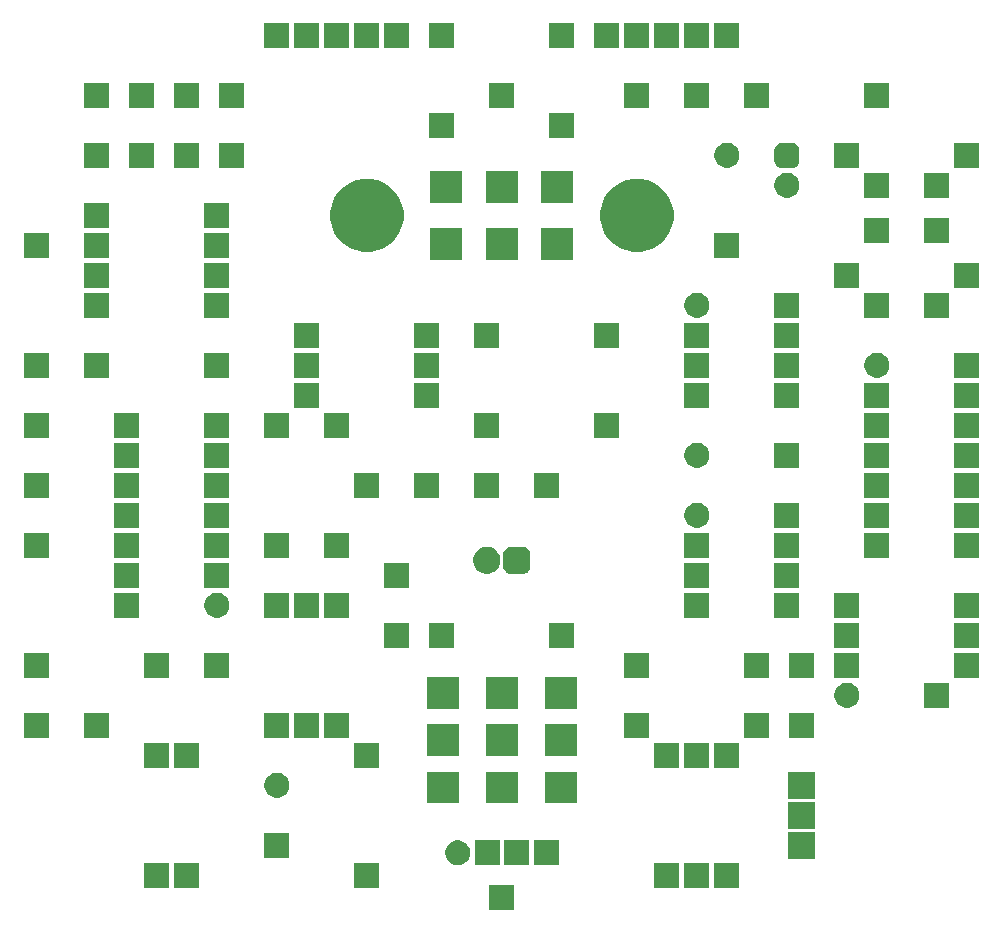
<source format=gbr>
G04 #@! TF.GenerationSoftware,KiCad,Pcbnew,5.1.6-c6e7f7d~87~ubuntu19.10.1*
G04 #@! TF.CreationDate,2022-07-30T16:29:43+06:00*
G04 #@! TF.ProjectId,crumbwave_multiplexer_r1a,6372756d-6277-4617-9665-5f6d756c7469,1A*
G04 #@! TF.SameCoordinates,Original*
G04 #@! TF.FileFunction,Soldermask,Bot*
G04 #@! TF.FilePolarity,Negative*
%FSLAX46Y46*%
G04 Gerber Fmt 4.6, Leading zero omitted, Abs format (unit mm)*
G04 Created by KiCad (PCBNEW 5.1.6-c6e7f7d~87~ubuntu19.10.1) date 2022-07-30 16:29:43*
%MOMM*%
%LPD*%
G01*
G04 APERTURE LIST*
%ADD10C,0.100000*%
G04 APERTURE END LIST*
D10*
G36*
X106460000Y-203615000D02*
G01*
X104360000Y-203615000D01*
X104360000Y-201515000D01*
X106460000Y-201515000D01*
X106460000Y-203615000D01*
G37*
G36*
X125510000Y-201710000D02*
G01*
X123410000Y-201710000D01*
X123410000Y-199610000D01*
X125510000Y-199610000D01*
X125510000Y-201710000D01*
G37*
G36*
X77250000Y-201710000D02*
G01*
X75150000Y-201710000D01*
X75150000Y-199610000D01*
X77250000Y-199610000D01*
X77250000Y-201710000D01*
G37*
G36*
X79790000Y-201710000D02*
G01*
X77690000Y-201710000D01*
X77690000Y-199610000D01*
X79790000Y-199610000D01*
X79790000Y-201710000D01*
G37*
G36*
X95030000Y-201710000D02*
G01*
X92930000Y-201710000D01*
X92930000Y-199610000D01*
X95030000Y-199610000D01*
X95030000Y-201710000D01*
G37*
G36*
X122970000Y-201710000D02*
G01*
X120870000Y-201710000D01*
X120870000Y-199610000D01*
X122970000Y-199610000D01*
X122970000Y-201710000D01*
G37*
G36*
X120430000Y-201710000D02*
G01*
X118330000Y-201710000D01*
X118330000Y-199610000D01*
X120430000Y-199610000D01*
X120430000Y-201710000D01*
G37*
G36*
X105210000Y-199805000D02*
G01*
X103110000Y-199805000D01*
X103110000Y-197705000D01*
X105210000Y-197705000D01*
X105210000Y-199805000D01*
G37*
G36*
X101966274Y-197745350D02*
G01*
X102157362Y-197824502D01*
X102329336Y-197939411D01*
X102475589Y-198085664D01*
X102590498Y-198257638D01*
X102669650Y-198448726D01*
X102710000Y-198651584D01*
X102710000Y-198858416D01*
X102669650Y-199061274D01*
X102590498Y-199252362D01*
X102475589Y-199424336D01*
X102329336Y-199570589D01*
X102157362Y-199685498D01*
X101966274Y-199764650D01*
X101763416Y-199805000D01*
X101556584Y-199805000D01*
X101353726Y-199764650D01*
X101162638Y-199685498D01*
X100990664Y-199570589D01*
X100844411Y-199424336D01*
X100729502Y-199252362D01*
X100650350Y-199061274D01*
X100610000Y-198858416D01*
X100610000Y-198651584D01*
X100650350Y-198448726D01*
X100729502Y-198257638D01*
X100844411Y-198085664D01*
X100990664Y-197939411D01*
X101162638Y-197824502D01*
X101353726Y-197745350D01*
X101556584Y-197705000D01*
X101763416Y-197705000D01*
X101966274Y-197745350D01*
G37*
G36*
X107710000Y-199805000D02*
G01*
X105610000Y-199805000D01*
X105610000Y-197705000D01*
X107710000Y-197705000D01*
X107710000Y-199805000D01*
G37*
G36*
X110210000Y-199805000D02*
G01*
X108110000Y-199805000D01*
X108110000Y-197705000D01*
X110210000Y-197705000D01*
X110210000Y-199805000D01*
G37*
G36*
X131960000Y-199270000D02*
G01*
X129660000Y-199270000D01*
X129660000Y-196970000D01*
X131960000Y-196970000D01*
X131960000Y-199270000D01*
G37*
G36*
X87410000Y-199170000D02*
G01*
X85310000Y-199170000D01*
X85310000Y-197070000D01*
X87410000Y-197070000D01*
X87410000Y-199170000D01*
G37*
G36*
X131960000Y-196730000D02*
G01*
X129660000Y-196730000D01*
X129660000Y-194430000D01*
X131960000Y-194430000D01*
X131960000Y-196730000D01*
G37*
G36*
X101760000Y-194580000D02*
G01*
X99060000Y-194580000D01*
X99060000Y-191880000D01*
X101760000Y-191880000D01*
X101760000Y-194580000D01*
G37*
G36*
X111760000Y-194580000D02*
G01*
X109060000Y-194580000D01*
X109060000Y-191880000D01*
X111760000Y-191880000D01*
X111760000Y-194580000D01*
G37*
G36*
X106760000Y-194580000D02*
G01*
X104060000Y-194580000D01*
X104060000Y-191880000D01*
X106760000Y-191880000D01*
X106760000Y-194580000D01*
G37*
G36*
X131960000Y-194190000D02*
G01*
X129660000Y-194190000D01*
X129660000Y-191890000D01*
X131960000Y-191890000D01*
X131960000Y-194190000D01*
G37*
G36*
X86666274Y-192030350D02*
G01*
X86857362Y-192109502D01*
X87029336Y-192224411D01*
X87175589Y-192370664D01*
X87290498Y-192542638D01*
X87369650Y-192733726D01*
X87410000Y-192936584D01*
X87410000Y-193143416D01*
X87369650Y-193346274D01*
X87290498Y-193537362D01*
X87175589Y-193709336D01*
X87029336Y-193855589D01*
X86857362Y-193970498D01*
X86666274Y-194049650D01*
X86463416Y-194090000D01*
X86256584Y-194090000D01*
X86053726Y-194049650D01*
X85862638Y-193970498D01*
X85690664Y-193855589D01*
X85544411Y-193709336D01*
X85429502Y-193537362D01*
X85350350Y-193346274D01*
X85310000Y-193143416D01*
X85310000Y-192936584D01*
X85350350Y-192733726D01*
X85429502Y-192542638D01*
X85544411Y-192370664D01*
X85690664Y-192224411D01*
X85862638Y-192109502D01*
X86053726Y-192030350D01*
X86256584Y-191990000D01*
X86463416Y-191990000D01*
X86666274Y-192030350D01*
G37*
G36*
X122970000Y-191550000D02*
G01*
X120870000Y-191550000D01*
X120870000Y-189450000D01*
X122970000Y-189450000D01*
X122970000Y-191550000D01*
G37*
G36*
X120430000Y-191550000D02*
G01*
X118330000Y-191550000D01*
X118330000Y-189450000D01*
X120430000Y-189450000D01*
X120430000Y-191550000D01*
G37*
G36*
X95030000Y-191550000D02*
G01*
X92930000Y-191550000D01*
X92930000Y-189450000D01*
X95030000Y-189450000D01*
X95030000Y-191550000D01*
G37*
G36*
X77250000Y-191550000D02*
G01*
X75150000Y-191550000D01*
X75150000Y-189450000D01*
X77250000Y-189450000D01*
X77250000Y-191550000D01*
G37*
G36*
X79790000Y-191550000D02*
G01*
X77690000Y-191550000D01*
X77690000Y-189450000D01*
X79790000Y-189450000D01*
X79790000Y-191550000D01*
G37*
G36*
X125510000Y-191550000D02*
G01*
X123410000Y-191550000D01*
X123410000Y-189450000D01*
X125510000Y-189450000D01*
X125510000Y-191550000D01*
G37*
G36*
X111760000Y-190580000D02*
G01*
X109060000Y-190580000D01*
X109060000Y-187880000D01*
X111760000Y-187880000D01*
X111760000Y-190580000D01*
G37*
G36*
X106760000Y-190580000D02*
G01*
X104060000Y-190580000D01*
X104060000Y-187880000D01*
X106760000Y-187880000D01*
X106760000Y-190580000D01*
G37*
G36*
X101760000Y-190580000D02*
G01*
X99060000Y-190580000D01*
X99060000Y-187880000D01*
X101760000Y-187880000D01*
X101760000Y-190580000D01*
G37*
G36*
X92490000Y-189010000D02*
G01*
X90390000Y-189010000D01*
X90390000Y-186910000D01*
X92490000Y-186910000D01*
X92490000Y-189010000D01*
G37*
G36*
X87410000Y-189010000D02*
G01*
X85310000Y-189010000D01*
X85310000Y-186910000D01*
X87410000Y-186910000D01*
X87410000Y-189010000D01*
G37*
G36*
X89950000Y-189010000D02*
G01*
X87850000Y-189010000D01*
X87850000Y-186910000D01*
X89950000Y-186910000D01*
X89950000Y-189010000D01*
G37*
G36*
X117890000Y-189010000D02*
G01*
X115790000Y-189010000D01*
X115790000Y-186910000D01*
X117890000Y-186910000D01*
X117890000Y-189010000D01*
G37*
G36*
X131860000Y-189010000D02*
G01*
X129760000Y-189010000D01*
X129760000Y-186910000D01*
X131860000Y-186910000D01*
X131860000Y-189010000D01*
G37*
G36*
X128050000Y-189010000D02*
G01*
X125950000Y-189010000D01*
X125950000Y-186910000D01*
X128050000Y-186910000D01*
X128050000Y-189010000D01*
G37*
G36*
X72170000Y-189010000D02*
G01*
X70070000Y-189010000D01*
X70070000Y-186910000D01*
X72170000Y-186910000D01*
X72170000Y-189010000D01*
G37*
G36*
X67090000Y-189010000D02*
G01*
X64990000Y-189010000D01*
X64990000Y-186910000D01*
X67090000Y-186910000D01*
X67090000Y-189010000D01*
G37*
G36*
X111760000Y-186580000D02*
G01*
X109060000Y-186580000D01*
X109060000Y-183880000D01*
X111760000Y-183880000D01*
X111760000Y-186580000D01*
G37*
G36*
X106760000Y-186580000D02*
G01*
X104060000Y-186580000D01*
X104060000Y-183880000D01*
X106760000Y-183880000D01*
X106760000Y-186580000D01*
G37*
G36*
X101760000Y-186580000D02*
G01*
X99060000Y-186580000D01*
X99060000Y-183880000D01*
X101760000Y-183880000D01*
X101760000Y-186580000D01*
G37*
G36*
X143290000Y-186470000D02*
G01*
X141190000Y-186470000D01*
X141190000Y-184370000D01*
X143290000Y-184370000D01*
X143290000Y-186470000D01*
G37*
G36*
X134926274Y-184410350D02*
G01*
X135117362Y-184489502D01*
X135289336Y-184604411D01*
X135435589Y-184750664D01*
X135550498Y-184922638D01*
X135629650Y-185113726D01*
X135670000Y-185316584D01*
X135670000Y-185523416D01*
X135629650Y-185726274D01*
X135550498Y-185917362D01*
X135435589Y-186089336D01*
X135289336Y-186235589D01*
X135117362Y-186350498D01*
X134926274Y-186429650D01*
X134723416Y-186470000D01*
X134516584Y-186470000D01*
X134313726Y-186429650D01*
X134122638Y-186350498D01*
X133950664Y-186235589D01*
X133804411Y-186089336D01*
X133689502Y-185917362D01*
X133610350Y-185726274D01*
X133570000Y-185523416D01*
X133570000Y-185316584D01*
X133610350Y-185113726D01*
X133689502Y-184922638D01*
X133804411Y-184750664D01*
X133950664Y-184604411D01*
X134122638Y-184489502D01*
X134313726Y-184410350D01*
X134516584Y-184370000D01*
X134723416Y-184370000D01*
X134926274Y-184410350D01*
G37*
G36*
X117890000Y-183930000D02*
G01*
X115790000Y-183930000D01*
X115790000Y-181830000D01*
X117890000Y-181830000D01*
X117890000Y-183930000D01*
G37*
G36*
X128050000Y-183930000D02*
G01*
X125950000Y-183930000D01*
X125950000Y-181830000D01*
X128050000Y-181830000D01*
X128050000Y-183930000D01*
G37*
G36*
X67090000Y-183930000D02*
G01*
X64990000Y-183930000D01*
X64990000Y-181830000D01*
X67090000Y-181830000D01*
X67090000Y-183930000D01*
G37*
G36*
X77250000Y-183930000D02*
G01*
X75150000Y-183930000D01*
X75150000Y-181830000D01*
X77250000Y-181830000D01*
X77250000Y-183930000D01*
G37*
G36*
X145830000Y-183930000D02*
G01*
X143730000Y-183930000D01*
X143730000Y-181830000D01*
X145830000Y-181830000D01*
X145830000Y-183930000D01*
G37*
G36*
X135670000Y-183930000D02*
G01*
X133570000Y-183930000D01*
X133570000Y-181830000D01*
X135670000Y-181830000D01*
X135670000Y-183930000D01*
G37*
G36*
X131860000Y-183930000D02*
G01*
X129760000Y-183930000D01*
X129760000Y-181830000D01*
X131860000Y-181830000D01*
X131860000Y-183930000D01*
G37*
G36*
X82330000Y-183930000D02*
G01*
X80230000Y-183930000D01*
X80230000Y-181830000D01*
X82330000Y-181830000D01*
X82330000Y-183930000D01*
G37*
G36*
X135670000Y-181390000D02*
G01*
X133570000Y-181390000D01*
X133570000Y-179290000D01*
X135670000Y-179290000D01*
X135670000Y-181390000D01*
G37*
G36*
X97570000Y-181390000D02*
G01*
X95470000Y-181390000D01*
X95470000Y-179290000D01*
X97570000Y-179290000D01*
X97570000Y-181390000D01*
G37*
G36*
X101380000Y-181390000D02*
G01*
X99280000Y-181390000D01*
X99280000Y-179290000D01*
X101380000Y-179290000D01*
X101380000Y-181390000D01*
G37*
G36*
X111540000Y-181390000D02*
G01*
X109440000Y-181390000D01*
X109440000Y-179290000D01*
X111540000Y-179290000D01*
X111540000Y-181390000D01*
G37*
G36*
X145830000Y-181390000D02*
G01*
X143730000Y-181390000D01*
X143730000Y-179290000D01*
X145830000Y-179290000D01*
X145830000Y-181390000D01*
G37*
G36*
X81586274Y-176790350D02*
G01*
X81777362Y-176869502D01*
X81949336Y-176984411D01*
X82095589Y-177130664D01*
X82210498Y-177302638D01*
X82289650Y-177493726D01*
X82330000Y-177696584D01*
X82330000Y-177903416D01*
X82289650Y-178106274D01*
X82210498Y-178297362D01*
X82095589Y-178469336D01*
X81949336Y-178615589D01*
X81777362Y-178730498D01*
X81586274Y-178809650D01*
X81383416Y-178850000D01*
X81176584Y-178850000D01*
X80973726Y-178809650D01*
X80782638Y-178730498D01*
X80610664Y-178615589D01*
X80464411Y-178469336D01*
X80349502Y-178297362D01*
X80270350Y-178106274D01*
X80230000Y-177903416D01*
X80230000Y-177696584D01*
X80270350Y-177493726D01*
X80349502Y-177302638D01*
X80464411Y-177130664D01*
X80610664Y-176984411D01*
X80782638Y-176869502D01*
X80973726Y-176790350D01*
X81176584Y-176750000D01*
X81383416Y-176750000D01*
X81586274Y-176790350D01*
G37*
G36*
X87410000Y-178850000D02*
G01*
X85310000Y-178850000D01*
X85310000Y-176750000D01*
X87410000Y-176750000D01*
X87410000Y-178850000D01*
G37*
G36*
X135670000Y-178850000D02*
G01*
X133570000Y-178850000D01*
X133570000Y-176750000D01*
X135670000Y-176750000D01*
X135670000Y-178850000D01*
G37*
G36*
X145830000Y-178850000D02*
G01*
X143730000Y-178850000D01*
X143730000Y-176750000D01*
X145830000Y-176750000D01*
X145830000Y-178850000D01*
G37*
G36*
X89950000Y-178850000D02*
G01*
X87850000Y-178850000D01*
X87850000Y-176750000D01*
X89950000Y-176750000D01*
X89950000Y-178850000D01*
G37*
G36*
X92490000Y-178850000D02*
G01*
X90390000Y-178850000D01*
X90390000Y-176750000D01*
X92490000Y-176750000D01*
X92490000Y-178850000D01*
G37*
G36*
X122970000Y-178850000D02*
G01*
X120870000Y-178850000D01*
X120870000Y-176750000D01*
X122970000Y-176750000D01*
X122970000Y-178850000D01*
G37*
G36*
X130590000Y-178850000D02*
G01*
X128490000Y-178850000D01*
X128490000Y-176750000D01*
X130590000Y-176750000D01*
X130590000Y-178850000D01*
G37*
G36*
X74710000Y-178850000D02*
G01*
X72610000Y-178850000D01*
X72610000Y-176750000D01*
X74710000Y-176750000D01*
X74710000Y-178850000D01*
G37*
G36*
X82330000Y-176310000D02*
G01*
X80230000Y-176310000D01*
X80230000Y-174210000D01*
X82330000Y-174210000D01*
X82330000Y-176310000D01*
G37*
G36*
X97570000Y-176310000D02*
G01*
X95470000Y-176310000D01*
X95470000Y-174210000D01*
X97570000Y-174210000D01*
X97570000Y-176310000D01*
G37*
G36*
X74710000Y-176310000D02*
G01*
X72610000Y-176310000D01*
X72610000Y-174210000D01*
X74710000Y-174210000D01*
X74710000Y-176310000D01*
G37*
G36*
X130590000Y-176310000D02*
G01*
X128490000Y-176310000D01*
X128490000Y-174210000D01*
X130590000Y-174210000D01*
X130590000Y-176310000D01*
G37*
G36*
X122970000Y-176310000D02*
G01*
X120870000Y-176310000D01*
X120870000Y-174210000D01*
X122970000Y-174210000D01*
X122970000Y-176310000D01*
G37*
G36*
X107306713Y-172852964D02*
G01*
X107428557Y-172889924D01*
X107540852Y-172949948D01*
X107639277Y-173030723D01*
X107720052Y-173129148D01*
X107780076Y-173241443D01*
X107817036Y-173363287D01*
X107830000Y-173494908D01*
X107830000Y-174485092D01*
X107817036Y-174616713D01*
X107780076Y-174738557D01*
X107720052Y-174850852D01*
X107639277Y-174949277D01*
X107540852Y-175030052D01*
X107428557Y-175090076D01*
X107306713Y-175127036D01*
X107175092Y-175140000D01*
X106184908Y-175140000D01*
X106053287Y-175127036D01*
X105931443Y-175090076D01*
X105819148Y-175030052D01*
X105720723Y-174949277D01*
X105639948Y-174850852D01*
X105579924Y-174738557D01*
X105542964Y-174616713D01*
X105530000Y-174485092D01*
X105530000Y-173494908D01*
X105542964Y-173363287D01*
X105579924Y-173241443D01*
X105639948Y-173129148D01*
X105720723Y-173030723D01*
X105819148Y-172949948D01*
X105931443Y-172889924D01*
X106053287Y-172852964D01*
X106184908Y-172840000D01*
X107175092Y-172840000D01*
X107306713Y-172852964D01*
G37*
G36*
X104475443Y-172884194D02*
G01*
X104475446Y-172884195D01*
X104475445Y-172884195D01*
X104684728Y-172970883D01*
X104684729Y-172970884D01*
X104873082Y-173096737D01*
X105033263Y-173256918D01*
X105159117Y-173445272D01*
X105226167Y-173607145D01*
X105245806Y-173654557D01*
X105290000Y-173876735D01*
X105290000Y-174103265D01*
X105245806Y-174325443D01*
X105245805Y-174325445D01*
X105159117Y-174534728D01*
X105104336Y-174616713D01*
X105039297Y-174714052D01*
X105033262Y-174723083D01*
X104873083Y-174883262D01*
X104684728Y-175009117D01*
X104522855Y-175076167D01*
X104475443Y-175095806D01*
X104253265Y-175140000D01*
X104026735Y-175140000D01*
X103804557Y-175095806D01*
X103757145Y-175076167D01*
X103595272Y-175009117D01*
X103406917Y-174883262D01*
X103246738Y-174723083D01*
X103240704Y-174714052D01*
X103175664Y-174616713D01*
X103120883Y-174534728D01*
X103034195Y-174325445D01*
X103034194Y-174325443D01*
X102990000Y-174103265D01*
X102990000Y-173876735D01*
X103034194Y-173654557D01*
X103053833Y-173607145D01*
X103120883Y-173445272D01*
X103246737Y-173256918D01*
X103406918Y-173096737D01*
X103595271Y-172970884D01*
X103595272Y-172970883D01*
X103804555Y-172884195D01*
X103804554Y-172884195D01*
X103804557Y-172884194D01*
X104026735Y-172840000D01*
X104253265Y-172840000D01*
X104475443Y-172884194D01*
G37*
G36*
X138210000Y-173770000D02*
G01*
X136110000Y-173770000D01*
X136110000Y-171670000D01*
X138210000Y-171670000D01*
X138210000Y-173770000D01*
G37*
G36*
X87410000Y-173770000D02*
G01*
X85310000Y-173770000D01*
X85310000Y-171670000D01*
X87410000Y-171670000D01*
X87410000Y-173770000D01*
G37*
G36*
X145830000Y-173770000D02*
G01*
X143730000Y-173770000D01*
X143730000Y-171670000D01*
X145830000Y-171670000D01*
X145830000Y-173770000D01*
G37*
G36*
X122970000Y-173770000D02*
G01*
X120870000Y-173770000D01*
X120870000Y-171670000D01*
X122970000Y-171670000D01*
X122970000Y-173770000D01*
G37*
G36*
X130590000Y-173770000D02*
G01*
X128490000Y-173770000D01*
X128490000Y-171670000D01*
X130590000Y-171670000D01*
X130590000Y-173770000D01*
G37*
G36*
X74710000Y-173770000D02*
G01*
X72610000Y-173770000D01*
X72610000Y-171670000D01*
X74710000Y-171670000D01*
X74710000Y-173770000D01*
G37*
G36*
X82330000Y-173770000D02*
G01*
X80230000Y-173770000D01*
X80230000Y-171670000D01*
X82330000Y-171670000D01*
X82330000Y-173770000D01*
G37*
G36*
X92490000Y-173770000D02*
G01*
X90390000Y-173770000D01*
X90390000Y-171670000D01*
X92490000Y-171670000D01*
X92490000Y-173770000D01*
G37*
G36*
X67090000Y-173770000D02*
G01*
X64990000Y-173770000D01*
X64990000Y-171670000D01*
X67090000Y-171670000D01*
X67090000Y-173770000D01*
G37*
G36*
X122226274Y-169170350D02*
G01*
X122417362Y-169249502D01*
X122589336Y-169364411D01*
X122735589Y-169510664D01*
X122850498Y-169682638D01*
X122929650Y-169873726D01*
X122970000Y-170076584D01*
X122970000Y-170283416D01*
X122929650Y-170486274D01*
X122850498Y-170677362D01*
X122735589Y-170849336D01*
X122589336Y-170995589D01*
X122417362Y-171110498D01*
X122226274Y-171189650D01*
X122023416Y-171230000D01*
X121816584Y-171230000D01*
X121613726Y-171189650D01*
X121422638Y-171110498D01*
X121250664Y-170995589D01*
X121104411Y-170849336D01*
X120989502Y-170677362D01*
X120910350Y-170486274D01*
X120870000Y-170283416D01*
X120870000Y-170076584D01*
X120910350Y-169873726D01*
X120989502Y-169682638D01*
X121104411Y-169510664D01*
X121250664Y-169364411D01*
X121422638Y-169249502D01*
X121613726Y-169170350D01*
X121816584Y-169130000D01*
X122023416Y-169130000D01*
X122226274Y-169170350D01*
G37*
G36*
X130590000Y-171230000D02*
G01*
X128490000Y-171230000D01*
X128490000Y-169130000D01*
X130590000Y-169130000D01*
X130590000Y-171230000D01*
G37*
G36*
X138210000Y-171230000D02*
G01*
X136110000Y-171230000D01*
X136110000Y-169130000D01*
X138210000Y-169130000D01*
X138210000Y-171230000D01*
G37*
G36*
X145830000Y-171230000D02*
G01*
X143730000Y-171230000D01*
X143730000Y-169130000D01*
X145830000Y-169130000D01*
X145830000Y-171230000D01*
G37*
G36*
X74710000Y-171230000D02*
G01*
X72610000Y-171230000D01*
X72610000Y-169130000D01*
X74710000Y-169130000D01*
X74710000Y-171230000D01*
G37*
G36*
X82330000Y-171230000D02*
G01*
X80230000Y-171230000D01*
X80230000Y-169130000D01*
X82330000Y-169130000D01*
X82330000Y-171230000D01*
G37*
G36*
X105190000Y-168690000D02*
G01*
X103090000Y-168690000D01*
X103090000Y-166590000D01*
X105190000Y-166590000D01*
X105190000Y-168690000D01*
G37*
G36*
X67090000Y-168690000D02*
G01*
X64990000Y-168690000D01*
X64990000Y-166590000D01*
X67090000Y-166590000D01*
X67090000Y-168690000D01*
G37*
G36*
X74710000Y-168690000D02*
G01*
X72610000Y-168690000D01*
X72610000Y-166590000D01*
X74710000Y-166590000D01*
X74710000Y-168690000D01*
G37*
G36*
X82330000Y-168690000D02*
G01*
X80230000Y-168690000D01*
X80230000Y-166590000D01*
X82330000Y-166590000D01*
X82330000Y-168690000D01*
G37*
G36*
X95030000Y-168690000D02*
G01*
X92930000Y-168690000D01*
X92930000Y-166590000D01*
X95030000Y-166590000D01*
X95030000Y-168690000D01*
G37*
G36*
X138210000Y-168690000D02*
G01*
X136110000Y-168690000D01*
X136110000Y-166590000D01*
X138210000Y-166590000D01*
X138210000Y-168690000D01*
G37*
G36*
X110270000Y-168690000D02*
G01*
X108170000Y-168690000D01*
X108170000Y-166590000D01*
X110270000Y-166590000D01*
X110270000Y-168690000D01*
G37*
G36*
X145830000Y-168690000D02*
G01*
X143730000Y-168690000D01*
X143730000Y-166590000D01*
X145830000Y-166590000D01*
X145830000Y-168690000D01*
G37*
G36*
X100110000Y-168690000D02*
G01*
X98010000Y-168690000D01*
X98010000Y-166590000D01*
X100110000Y-166590000D01*
X100110000Y-168690000D01*
G37*
G36*
X138210000Y-166150000D02*
G01*
X136110000Y-166150000D01*
X136110000Y-164050000D01*
X138210000Y-164050000D01*
X138210000Y-166150000D01*
G37*
G36*
X82330000Y-166150000D02*
G01*
X80230000Y-166150000D01*
X80230000Y-164050000D01*
X82330000Y-164050000D01*
X82330000Y-166150000D01*
G37*
G36*
X130590000Y-166150000D02*
G01*
X128490000Y-166150000D01*
X128490000Y-164050000D01*
X130590000Y-164050000D01*
X130590000Y-166150000D01*
G37*
G36*
X74710000Y-166150000D02*
G01*
X72610000Y-166150000D01*
X72610000Y-164050000D01*
X74710000Y-164050000D01*
X74710000Y-166150000D01*
G37*
G36*
X145830000Y-166150000D02*
G01*
X143730000Y-166150000D01*
X143730000Y-164050000D01*
X145830000Y-164050000D01*
X145830000Y-166150000D01*
G37*
G36*
X122226274Y-164090350D02*
G01*
X122417362Y-164169502D01*
X122589336Y-164284411D01*
X122735589Y-164430664D01*
X122850498Y-164602638D01*
X122929650Y-164793726D01*
X122970000Y-164996584D01*
X122970000Y-165203416D01*
X122929650Y-165406274D01*
X122850498Y-165597362D01*
X122735589Y-165769336D01*
X122589336Y-165915589D01*
X122417362Y-166030498D01*
X122226274Y-166109650D01*
X122023416Y-166150000D01*
X121816584Y-166150000D01*
X121613726Y-166109650D01*
X121422638Y-166030498D01*
X121250664Y-165915589D01*
X121104411Y-165769336D01*
X120989502Y-165597362D01*
X120910350Y-165406274D01*
X120870000Y-165203416D01*
X120870000Y-164996584D01*
X120910350Y-164793726D01*
X120989502Y-164602638D01*
X121104411Y-164430664D01*
X121250664Y-164284411D01*
X121422638Y-164169502D01*
X121613726Y-164090350D01*
X121816584Y-164050000D01*
X122023416Y-164050000D01*
X122226274Y-164090350D01*
G37*
G36*
X74710000Y-163610000D02*
G01*
X72610000Y-163610000D01*
X72610000Y-161510000D01*
X74710000Y-161510000D01*
X74710000Y-163610000D01*
G37*
G36*
X82330000Y-163610000D02*
G01*
X80230000Y-163610000D01*
X80230000Y-161510000D01*
X82330000Y-161510000D01*
X82330000Y-163610000D01*
G37*
G36*
X145830000Y-163610000D02*
G01*
X143730000Y-163610000D01*
X143730000Y-161510000D01*
X145830000Y-161510000D01*
X145830000Y-163610000D01*
G37*
G36*
X92490000Y-163610000D02*
G01*
X90390000Y-163610000D01*
X90390000Y-161510000D01*
X92490000Y-161510000D01*
X92490000Y-163610000D01*
G37*
G36*
X138210000Y-163610000D02*
G01*
X136110000Y-163610000D01*
X136110000Y-161510000D01*
X138210000Y-161510000D01*
X138210000Y-163610000D01*
G37*
G36*
X67090000Y-163610000D02*
G01*
X64990000Y-163610000D01*
X64990000Y-161510000D01*
X67090000Y-161510000D01*
X67090000Y-163610000D01*
G37*
G36*
X115350000Y-163610000D02*
G01*
X113250000Y-163610000D01*
X113250000Y-161510000D01*
X115350000Y-161510000D01*
X115350000Y-163610000D01*
G37*
G36*
X105190000Y-163610000D02*
G01*
X103090000Y-163610000D01*
X103090000Y-161510000D01*
X105190000Y-161510000D01*
X105190000Y-163610000D01*
G37*
G36*
X87410000Y-163610000D02*
G01*
X85310000Y-163610000D01*
X85310000Y-161510000D01*
X87410000Y-161510000D01*
X87410000Y-163610000D01*
G37*
G36*
X89950000Y-161070000D02*
G01*
X87850000Y-161070000D01*
X87850000Y-158970000D01*
X89950000Y-158970000D01*
X89950000Y-161070000D01*
G37*
G36*
X138210000Y-161070000D02*
G01*
X136110000Y-161070000D01*
X136110000Y-158970000D01*
X138210000Y-158970000D01*
X138210000Y-161070000D01*
G37*
G36*
X145830000Y-161070000D02*
G01*
X143730000Y-161070000D01*
X143730000Y-158970000D01*
X145830000Y-158970000D01*
X145830000Y-161070000D01*
G37*
G36*
X130590000Y-161070000D02*
G01*
X128490000Y-161070000D01*
X128490000Y-158970000D01*
X130590000Y-158970000D01*
X130590000Y-161070000D01*
G37*
G36*
X100110000Y-161070000D02*
G01*
X98010000Y-161070000D01*
X98010000Y-158970000D01*
X100110000Y-158970000D01*
X100110000Y-161070000D01*
G37*
G36*
X122970000Y-161070000D02*
G01*
X120870000Y-161070000D01*
X120870000Y-158970000D01*
X122970000Y-158970000D01*
X122970000Y-161070000D01*
G37*
G36*
X67090000Y-158530000D02*
G01*
X64990000Y-158530000D01*
X64990000Y-156430000D01*
X67090000Y-156430000D01*
X67090000Y-158530000D01*
G37*
G36*
X82330000Y-158530000D02*
G01*
X80230000Y-158530000D01*
X80230000Y-156430000D01*
X82330000Y-156430000D01*
X82330000Y-158530000D01*
G37*
G36*
X72170000Y-158530000D02*
G01*
X70070000Y-158530000D01*
X70070000Y-156430000D01*
X72170000Y-156430000D01*
X72170000Y-158530000D01*
G37*
G36*
X100110000Y-158530000D02*
G01*
X98010000Y-158530000D01*
X98010000Y-156430000D01*
X100110000Y-156430000D01*
X100110000Y-158530000D01*
G37*
G36*
X122970000Y-158530000D02*
G01*
X120870000Y-158530000D01*
X120870000Y-156430000D01*
X122970000Y-156430000D01*
X122970000Y-158530000D01*
G37*
G36*
X145830000Y-158530000D02*
G01*
X143730000Y-158530000D01*
X143730000Y-156430000D01*
X145830000Y-156430000D01*
X145830000Y-158530000D01*
G37*
G36*
X130590000Y-158530000D02*
G01*
X128490000Y-158530000D01*
X128490000Y-156430000D01*
X130590000Y-156430000D01*
X130590000Y-158530000D01*
G37*
G36*
X137466274Y-156470350D02*
G01*
X137657362Y-156549502D01*
X137829336Y-156664411D01*
X137975589Y-156810664D01*
X138090498Y-156982638D01*
X138169650Y-157173726D01*
X138210000Y-157376584D01*
X138210000Y-157583416D01*
X138169650Y-157786274D01*
X138090498Y-157977362D01*
X137975589Y-158149336D01*
X137829336Y-158295589D01*
X137657362Y-158410498D01*
X137466274Y-158489650D01*
X137263416Y-158530000D01*
X137056584Y-158530000D01*
X136853726Y-158489650D01*
X136662638Y-158410498D01*
X136490664Y-158295589D01*
X136344411Y-158149336D01*
X136229502Y-157977362D01*
X136150350Y-157786274D01*
X136110000Y-157583416D01*
X136110000Y-157376584D01*
X136150350Y-157173726D01*
X136229502Y-156982638D01*
X136344411Y-156810664D01*
X136490664Y-156664411D01*
X136662638Y-156549502D01*
X136853726Y-156470350D01*
X137056584Y-156430000D01*
X137263416Y-156430000D01*
X137466274Y-156470350D01*
G37*
G36*
X89950000Y-158530000D02*
G01*
X87850000Y-158530000D01*
X87850000Y-156430000D01*
X89950000Y-156430000D01*
X89950000Y-158530000D01*
G37*
G36*
X89950000Y-155990000D02*
G01*
X87850000Y-155990000D01*
X87850000Y-153890000D01*
X89950000Y-153890000D01*
X89950000Y-155990000D01*
G37*
G36*
X130590000Y-155990000D02*
G01*
X128490000Y-155990000D01*
X128490000Y-153890000D01*
X130590000Y-153890000D01*
X130590000Y-155990000D01*
G37*
G36*
X122970000Y-155990000D02*
G01*
X120870000Y-155990000D01*
X120870000Y-153890000D01*
X122970000Y-153890000D01*
X122970000Y-155990000D01*
G37*
G36*
X100110000Y-155990000D02*
G01*
X98010000Y-155990000D01*
X98010000Y-153890000D01*
X100110000Y-153890000D01*
X100110000Y-155990000D01*
G37*
G36*
X115350000Y-155990000D02*
G01*
X113250000Y-155990000D01*
X113250000Y-153890000D01*
X115350000Y-153890000D01*
X115350000Y-155990000D01*
G37*
G36*
X105190000Y-155990000D02*
G01*
X103090000Y-155990000D01*
X103090000Y-153890000D01*
X105190000Y-153890000D01*
X105190000Y-155990000D01*
G37*
G36*
X130590000Y-153450000D02*
G01*
X128490000Y-153450000D01*
X128490000Y-151350000D01*
X130590000Y-151350000D01*
X130590000Y-153450000D01*
G37*
G36*
X143290000Y-153450000D02*
G01*
X141190000Y-153450000D01*
X141190000Y-151350000D01*
X143290000Y-151350000D01*
X143290000Y-153450000D01*
G37*
G36*
X138210000Y-153450000D02*
G01*
X136110000Y-153450000D01*
X136110000Y-151350000D01*
X138210000Y-151350000D01*
X138210000Y-153450000D01*
G37*
G36*
X122226274Y-151390350D02*
G01*
X122417362Y-151469502D01*
X122589336Y-151584411D01*
X122735589Y-151730664D01*
X122850498Y-151902638D01*
X122929650Y-152093726D01*
X122970000Y-152296584D01*
X122970000Y-152503416D01*
X122929650Y-152706274D01*
X122850498Y-152897362D01*
X122735589Y-153069336D01*
X122589336Y-153215589D01*
X122417362Y-153330498D01*
X122226274Y-153409650D01*
X122023416Y-153450000D01*
X121816584Y-153450000D01*
X121613726Y-153409650D01*
X121422638Y-153330498D01*
X121250664Y-153215589D01*
X121104411Y-153069336D01*
X120989502Y-152897362D01*
X120910350Y-152706274D01*
X120870000Y-152503416D01*
X120870000Y-152296584D01*
X120910350Y-152093726D01*
X120989502Y-151902638D01*
X121104411Y-151730664D01*
X121250664Y-151584411D01*
X121422638Y-151469502D01*
X121613726Y-151390350D01*
X121816584Y-151350000D01*
X122023416Y-151350000D01*
X122226274Y-151390350D01*
G37*
G36*
X82330000Y-153450000D02*
G01*
X80230000Y-153450000D01*
X80230000Y-151350000D01*
X82330000Y-151350000D01*
X82330000Y-153450000D01*
G37*
G36*
X72170000Y-153450000D02*
G01*
X70070000Y-153450000D01*
X70070000Y-151350000D01*
X72170000Y-151350000D01*
X72170000Y-153450000D01*
G37*
G36*
X145830000Y-150910000D02*
G01*
X143730000Y-150910000D01*
X143730000Y-148810000D01*
X145830000Y-148810000D01*
X145830000Y-150910000D01*
G37*
G36*
X135670000Y-150910000D02*
G01*
X133570000Y-150910000D01*
X133570000Y-148810000D01*
X135670000Y-148810000D01*
X135670000Y-150910000D01*
G37*
G36*
X82330000Y-150910000D02*
G01*
X80230000Y-150910000D01*
X80230000Y-148810000D01*
X82330000Y-148810000D01*
X82330000Y-150910000D01*
G37*
G36*
X72170000Y-150910000D02*
G01*
X70070000Y-150910000D01*
X70070000Y-148810000D01*
X72170000Y-148810000D01*
X72170000Y-150910000D01*
G37*
G36*
X111460000Y-148530000D02*
G01*
X108760000Y-148530000D01*
X108760000Y-145830000D01*
X111460000Y-145830000D01*
X111460000Y-148530000D01*
G37*
G36*
X106760000Y-148530000D02*
G01*
X104060000Y-148530000D01*
X104060000Y-145830000D01*
X106760000Y-145830000D01*
X106760000Y-148530000D01*
G37*
G36*
X102060000Y-148530000D02*
G01*
X99360000Y-148530000D01*
X99360000Y-145830000D01*
X102060000Y-145830000D01*
X102060000Y-148530000D01*
G37*
G36*
X72170000Y-148370000D02*
G01*
X70070000Y-148370000D01*
X70070000Y-146270000D01*
X72170000Y-146270000D01*
X72170000Y-148370000D01*
G37*
G36*
X125510000Y-148370000D02*
G01*
X123410000Y-148370000D01*
X123410000Y-146270000D01*
X125510000Y-146270000D01*
X125510000Y-148370000D01*
G37*
G36*
X82330000Y-148370000D02*
G01*
X80230000Y-148370000D01*
X80230000Y-146270000D01*
X82330000Y-146270000D01*
X82330000Y-148370000D01*
G37*
G36*
X67090000Y-148370000D02*
G01*
X64990000Y-148370000D01*
X64990000Y-146270000D01*
X67090000Y-146270000D01*
X67090000Y-148370000D01*
G37*
G36*
X94884237Y-141799131D02*
G01*
X95448401Y-142032815D01*
X95956135Y-142372072D01*
X96387928Y-142803865D01*
X96727185Y-143311599D01*
X96960869Y-143875763D01*
X97080000Y-144474677D01*
X97080000Y-145085323D01*
X96960869Y-145684237D01*
X96727185Y-146248401D01*
X96387928Y-146756135D01*
X95956135Y-147187928D01*
X95448401Y-147527185D01*
X94884237Y-147760869D01*
X94285323Y-147880000D01*
X93674677Y-147880000D01*
X93075763Y-147760869D01*
X92511599Y-147527185D01*
X92003865Y-147187928D01*
X91572072Y-146756135D01*
X91232815Y-146248401D01*
X90999131Y-145684237D01*
X90880000Y-145085323D01*
X90880000Y-144474677D01*
X90999131Y-143875763D01*
X91232815Y-143311599D01*
X91572072Y-142803865D01*
X92003865Y-142372072D01*
X92511599Y-142032815D01*
X93075763Y-141799131D01*
X93674677Y-141680000D01*
X94285323Y-141680000D01*
X94884237Y-141799131D01*
G37*
G36*
X117744237Y-141799131D02*
G01*
X118308401Y-142032815D01*
X118816135Y-142372072D01*
X119247928Y-142803865D01*
X119587185Y-143311599D01*
X119820869Y-143875763D01*
X119940000Y-144474677D01*
X119940000Y-145085323D01*
X119820869Y-145684237D01*
X119587185Y-146248401D01*
X119247928Y-146756135D01*
X118816135Y-147187928D01*
X118308401Y-147527185D01*
X117744237Y-147760869D01*
X117145323Y-147880000D01*
X116534677Y-147880000D01*
X115935763Y-147760869D01*
X115371599Y-147527185D01*
X114863865Y-147187928D01*
X114432072Y-146756135D01*
X114092815Y-146248401D01*
X113859131Y-145684237D01*
X113740000Y-145085323D01*
X113740000Y-144474677D01*
X113859131Y-143875763D01*
X114092815Y-143311599D01*
X114432072Y-142803865D01*
X114863865Y-142372072D01*
X115371599Y-142032815D01*
X115935763Y-141799131D01*
X116534677Y-141680000D01*
X117145323Y-141680000D01*
X117744237Y-141799131D01*
G37*
G36*
X138210000Y-147100000D02*
G01*
X136110000Y-147100000D01*
X136110000Y-145000000D01*
X138210000Y-145000000D01*
X138210000Y-147100000D01*
G37*
G36*
X143290000Y-147100000D02*
G01*
X141190000Y-147100000D01*
X141190000Y-145000000D01*
X143290000Y-145000000D01*
X143290000Y-147100000D01*
G37*
G36*
X82330000Y-145830000D02*
G01*
X80230000Y-145830000D01*
X80230000Y-143730000D01*
X82330000Y-143730000D01*
X82330000Y-145830000D01*
G37*
G36*
X72170000Y-145830000D02*
G01*
X70070000Y-145830000D01*
X70070000Y-143730000D01*
X72170000Y-143730000D01*
X72170000Y-145830000D01*
G37*
G36*
X102060000Y-143730000D02*
G01*
X99360000Y-143730000D01*
X99360000Y-141030000D01*
X102060000Y-141030000D01*
X102060000Y-143730000D01*
G37*
G36*
X111460000Y-143730000D02*
G01*
X108760000Y-143730000D01*
X108760000Y-141030000D01*
X111460000Y-141030000D01*
X111460000Y-143730000D01*
G37*
G36*
X106760000Y-143730000D02*
G01*
X104060000Y-143730000D01*
X104060000Y-141030000D01*
X106760000Y-141030000D01*
X106760000Y-143730000D01*
G37*
G36*
X138210000Y-143290000D02*
G01*
X136110000Y-143290000D01*
X136110000Y-141190000D01*
X138210000Y-141190000D01*
X138210000Y-143290000D01*
G37*
G36*
X129846274Y-141230350D02*
G01*
X130037362Y-141309502D01*
X130209336Y-141424411D01*
X130355589Y-141570664D01*
X130470498Y-141742638D01*
X130549650Y-141933726D01*
X130590000Y-142136584D01*
X130590000Y-142343416D01*
X130549650Y-142546274D01*
X130470498Y-142737362D01*
X130355589Y-142909336D01*
X130209336Y-143055589D01*
X130037362Y-143170498D01*
X129846274Y-143249650D01*
X129643416Y-143290000D01*
X129436584Y-143290000D01*
X129233726Y-143249650D01*
X129042638Y-143170498D01*
X128870664Y-143055589D01*
X128724411Y-142909336D01*
X128609502Y-142737362D01*
X128530350Y-142546274D01*
X128490000Y-142343416D01*
X128490000Y-142136584D01*
X128530350Y-141933726D01*
X128609502Y-141742638D01*
X128724411Y-141570664D01*
X128870664Y-141424411D01*
X129042638Y-141309502D01*
X129233726Y-141230350D01*
X129436584Y-141190000D01*
X129643416Y-141190000D01*
X129846274Y-141230350D01*
G37*
G36*
X143290000Y-143290000D02*
G01*
X141190000Y-143290000D01*
X141190000Y-141190000D01*
X143290000Y-141190000D01*
X143290000Y-143290000D01*
G37*
G36*
X72170000Y-140750000D02*
G01*
X70070000Y-140750000D01*
X70070000Y-138650000D01*
X72170000Y-138650000D01*
X72170000Y-140750000D01*
G37*
G36*
X124766274Y-138690350D02*
G01*
X124957362Y-138769502D01*
X125129336Y-138884411D01*
X125275589Y-139030664D01*
X125390498Y-139202638D01*
X125469650Y-139393726D01*
X125510000Y-139596584D01*
X125510000Y-139803416D01*
X125469650Y-140006274D01*
X125390498Y-140197362D01*
X125275589Y-140369336D01*
X125129336Y-140515589D01*
X124957362Y-140630498D01*
X124766274Y-140709650D01*
X124563416Y-140750000D01*
X124356584Y-140750000D01*
X124153726Y-140709650D01*
X123962638Y-140630498D01*
X123790664Y-140515589D01*
X123644411Y-140369336D01*
X123529502Y-140197362D01*
X123450350Y-140006274D01*
X123410000Y-139803416D01*
X123410000Y-139596584D01*
X123450350Y-139393726D01*
X123529502Y-139202638D01*
X123644411Y-139030664D01*
X123790664Y-138884411D01*
X123962638Y-138769502D01*
X124153726Y-138690350D01*
X124356584Y-138650000D01*
X124563416Y-138650000D01*
X124766274Y-138690350D01*
G37*
G36*
X83600000Y-140750000D02*
G01*
X81500000Y-140750000D01*
X81500000Y-138650000D01*
X83600000Y-138650000D01*
X83600000Y-140750000D01*
G37*
G36*
X79790000Y-140750000D02*
G01*
X77690000Y-140750000D01*
X77690000Y-138650000D01*
X79790000Y-138650000D01*
X79790000Y-140750000D01*
G37*
G36*
X145830000Y-140750000D02*
G01*
X143730000Y-140750000D01*
X143730000Y-138650000D01*
X145830000Y-138650000D01*
X145830000Y-140750000D01*
G37*
G36*
X75980000Y-140750000D02*
G01*
X73880000Y-140750000D01*
X73880000Y-138650000D01*
X75980000Y-138650000D01*
X75980000Y-140750000D01*
G37*
G36*
X135670000Y-140750000D02*
G01*
X133570000Y-140750000D01*
X133570000Y-138650000D01*
X135670000Y-138650000D01*
X135670000Y-140750000D01*
G37*
G36*
X130115007Y-138661811D02*
G01*
X130225599Y-138695358D01*
X130327517Y-138749834D01*
X130416851Y-138823149D01*
X130490166Y-138912483D01*
X130544642Y-139014401D01*
X130578189Y-139124993D01*
X130590000Y-139244908D01*
X130590000Y-140155092D01*
X130578189Y-140275007D01*
X130544642Y-140385599D01*
X130490166Y-140487517D01*
X130416851Y-140576851D01*
X130327517Y-140650166D01*
X130225599Y-140704642D01*
X130115007Y-140738189D01*
X129995092Y-140750000D01*
X129084908Y-140750000D01*
X128964993Y-140738189D01*
X128854401Y-140704642D01*
X128752483Y-140650166D01*
X128663149Y-140576851D01*
X128589834Y-140487517D01*
X128535358Y-140385599D01*
X128501811Y-140275007D01*
X128490000Y-140155092D01*
X128490000Y-139244908D01*
X128501811Y-139124993D01*
X128535358Y-139014401D01*
X128589834Y-138912483D01*
X128663149Y-138823149D01*
X128752483Y-138749834D01*
X128854401Y-138695358D01*
X128964993Y-138661811D01*
X129084908Y-138650000D01*
X129995092Y-138650000D01*
X130115007Y-138661811D01*
G37*
G36*
X111540000Y-138210000D02*
G01*
X109440000Y-138210000D01*
X109440000Y-136110000D01*
X111540000Y-136110000D01*
X111540000Y-138210000D01*
G37*
G36*
X101380000Y-138210000D02*
G01*
X99280000Y-138210000D01*
X99280000Y-136110000D01*
X101380000Y-136110000D01*
X101380000Y-138210000D01*
G37*
G36*
X106460000Y-135670000D02*
G01*
X104360000Y-135670000D01*
X104360000Y-133570000D01*
X106460000Y-133570000D01*
X106460000Y-135670000D01*
G37*
G36*
X138210000Y-135670000D02*
G01*
X136110000Y-135670000D01*
X136110000Y-133570000D01*
X138210000Y-133570000D01*
X138210000Y-135670000D01*
G37*
G36*
X72170000Y-135670000D02*
G01*
X70070000Y-135670000D01*
X70070000Y-133570000D01*
X72170000Y-133570000D01*
X72170000Y-135670000D01*
G37*
G36*
X128050000Y-135670000D02*
G01*
X125950000Y-135670000D01*
X125950000Y-133570000D01*
X128050000Y-133570000D01*
X128050000Y-135670000D01*
G37*
G36*
X83600000Y-135670000D02*
G01*
X81500000Y-135670000D01*
X81500000Y-133570000D01*
X83600000Y-133570000D01*
X83600000Y-135670000D01*
G37*
G36*
X79790000Y-135670000D02*
G01*
X77690000Y-135670000D01*
X77690000Y-133570000D01*
X79790000Y-133570000D01*
X79790000Y-135670000D01*
G37*
G36*
X122970000Y-135670000D02*
G01*
X120870000Y-135670000D01*
X120870000Y-133570000D01*
X122970000Y-133570000D01*
X122970000Y-135670000D01*
G37*
G36*
X117890000Y-135670000D02*
G01*
X115790000Y-135670000D01*
X115790000Y-133570000D01*
X117890000Y-133570000D01*
X117890000Y-135670000D01*
G37*
G36*
X75980000Y-135670000D02*
G01*
X73880000Y-135670000D01*
X73880000Y-133570000D01*
X75980000Y-133570000D01*
X75980000Y-135670000D01*
G37*
G36*
X115350000Y-130590000D02*
G01*
X113250000Y-130590000D01*
X113250000Y-128490000D01*
X115350000Y-128490000D01*
X115350000Y-130590000D01*
G37*
G36*
X117890000Y-130590000D02*
G01*
X115790000Y-130590000D01*
X115790000Y-128490000D01*
X117890000Y-128490000D01*
X117890000Y-130590000D01*
G37*
G36*
X120430000Y-130590000D02*
G01*
X118330000Y-130590000D01*
X118330000Y-128490000D01*
X120430000Y-128490000D01*
X120430000Y-130590000D01*
G37*
G36*
X122970000Y-130590000D02*
G01*
X120870000Y-130590000D01*
X120870000Y-128490000D01*
X122970000Y-128490000D01*
X122970000Y-130590000D01*
G37*
G36*
X125510000Y-130590000D02*
G01*
X123410000Y-130590000D01*
X123410000Y-128490000D01*
X125510000Y-128490000D01*
X125510000Y-130590000D01*
G37*
G36*
X97570000Y-130590000D02*
G01*
X95470000Y-130590000D01*
X95470000Y-128490000D01*
X97570000Y-128490000D01*
X97570000Y-130590000D01*
G37*
G36*
X89950000Y-130590000D02*
G01*
X87850000Y-130590000D01*
X87850000Y-128490000D01*
X89950000Y-128490000D01*
X89950000Y-130590000D01*
G37*
G36*
X95030000Y-130590000D02*
G01*
X92930000Y-130590000D01*
X92930000Y-128490000D01*
X95030000Y-128490000D01*
X95030000Y-130590000D01*
G37*
G36*
X101380000Y-130590000D02*
G01*
X99280000Y-130590000D01*
X99280000Y-128490000D01*
X101380000Y-128490000D01*
X101380000Y-130590000D01*
G37*
G36*
X111540000Y-130590000D02*
G01*
X109440000Y-130590000D01*
X109440000Y-128490000D01*
X111540000Y-128490000D01*
X111540000Y-130590000D01*
G37*
G36*
X92490000Y-130590000D02*
G01*
X90390000Y-130590000D01*
X90390000Y-128490000D01*
X92490000Y-128490000D01*
X92490000Y-130590000D01*
G37*
G36*
X87410000Y-130590000D02*
G01*
X85310000Y-130590000D01*
X85310000Y-128490000D01*
X87410000Y-128490000D01*
X87410000Y-130590000D01*
G37*
M02*

</source>
